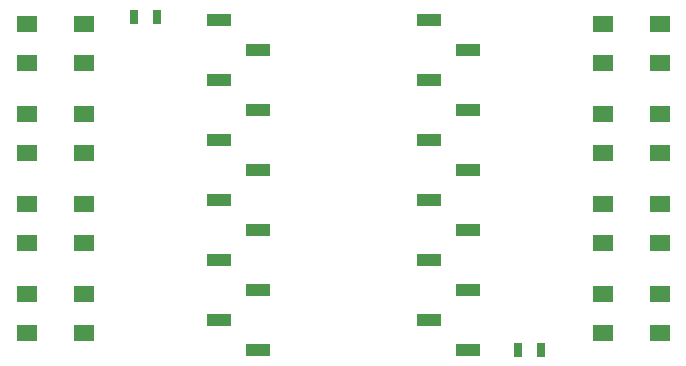
<source format=gtp>
G04 #@! TF.FileFunction,Paste,Top*
%FSLAX46Y46*%
G04 Gerber Fmt 4.6, Leading zero omitted, Abs format (unit mm)*
G04 Created by KiCad (PCBNEW 4.0.3-stable) date Thursday, December 01, 2016 'PMt' 08:48:37 PM*
%MOMM*%
%LPD*%
G01*
G04 APERTURE LIST*
%ADD10C,0.100000*%
%ADD11R,2.000000X1.000000*%
%ADD12R,1.800000X1.400000*%
%ADD13R,0.700000X1.300000*%
G04 APERTURE END LIST*
D10*
D11*
X129160000Y-107188000D03*
X132460000Y-114808000D03*
X129160000Y-112268000D03*
X129160000Y-102108000D03*
X129160000Y-97028000D03*
X129160000Y-91948000D03*
X129160000Y-86868000D03*
X132460000Y-109728000D03*
X132460000Y-104648000D03*
X132460000Y-99568000D03*
X132460000Y-94488000D03*
X132460000Y-89408000D03*
X150240000Y-114808000D03*
X150240000Y-109728000D03*
X150240000Y-104648000D03*
X150240000Y-99568000D03*
X150240000Y-94488000D03*
X150240000Y-89408000D03*
X146940000Y-112268000D03*
X146940000Y-107188000D03*
X146940000Y-102108000D03*
X146940000Y-97028000D03*
X146940000Y-91948000D03*
X146940000Y-86868000D03*
D12*
X112916000Y-87250000D03*
X112916000Y-90550000D03*
X117716000Y-90550000D03*
X117716000Y-87250000D03*
X112916000Y-94870000D03*
X112916000Y-98170000D03*
X117716000Y-98170000D03*
X117716000Y-94870000D03*
X112916000Y-102490000D03*
X112916000Y-105790000D03*
X117716000Y-105790000D03*
X117716000Y-102490000D03*
X112916000Y-110110000D03*
X112916000Y-113410000D03*
X117716000Y-113410000D03*
X117716000Y-110110000D03*
X161684000Y-110110000D03*
X161684000Y-113410000D03*
X166484000Y-113410000D03*
X166484000Y-110110000D03*
X161684000Y-102490000D03*
X161684000Y-105790000D03*
X166484000Y-105790000D03*
X166484000Y-102490000D03*
X161684000Y-94870000D03*
X161684000Y-98170000D03*
X166484000Y-98170000D03*
X166484000Y-94870000D03*
X161684000Y-87250000D03*
X161684000Y-90550000D03*
X166484000Y-90550000D03*
X166484000Y-87250000D03*
D13*
X121986000Y-86614000D03*
X123886000Y-86614000D03*
X156398000Y-114808000D03*
X154498000Y-114808000D03*
M02*

</source>
